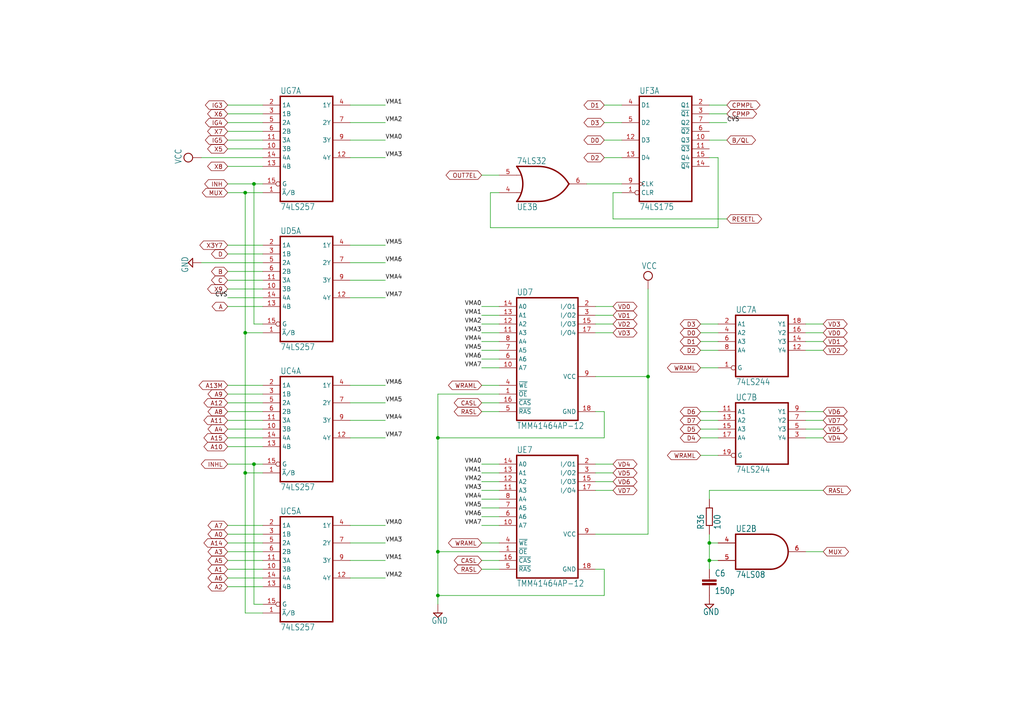
<source format=kicad_sch>
(kicad_sch (version 20230121) (generator eeschema)
  (paper "A4")
  (lib_symbols
    (symbol "HC2000:41464C"
      (property "Reference" "IC" (at -7.62 15.875 0))
      (property "Value" "41464C" (at -7.62 -22.86 0))
      (symbol "41464C_1_0"
        (polyline (pts (xy -7.62 -20.32) (xy -7.62 15.24)) (stroke (width 0.4064)))
        (polyline (pts (xy -7.62 -20.32) (xy 10.16 -20.32)) (stroke (width 0.4064)))
        (polyline (pts (xy 10.16 15.24) (xy -7.62 15.24)) (stroke (width 0.4064)))
        (polyline (pts (xy 10.16 15.24) (xy 10.16 -20.32)) (stroke (width 0.4064)))
        (pin input line (at -12.7 -12.7 0) (length 5.08) (name "~{OE}") (number "1"))
        (pin input line (at -12.7 -5.08 0) (length 5.08) (name "A7") (number "10"))
        (pin input line (at -12.7 5.08 0) (length 5.08) (name "A3") (number "11"))
        (pin input line (at -12.7 7.62 0) (length 5.08) (name "A2") (number "12"))
        (pin input line (at -12.7 10.16 0) (length 5.08) (name "A1") (number "13"))
        (pin input line (at -12.7 12.7 0) (length 5.08) (name "A0") (number "14"))
        (pin bidirectional line (at 15.24 7.62 180) (length 5.08) (name "I/O3") (number "15"))
        (pin input line (at -12.7 -15.24 0) (length 5.08) (name "~{CAS}") (number "16"))
        (pin bidirectional line (at 15.24 5.08 180) (length 5.08) (name "I/O4") (number "17"))
        (pin power_in line (at 15.24 -17.78 180) (length 5.08) (name "GND") (number "18"))
        (pin bidirectional line (at 15.24 12.7 180) (length 5.08) (name "I/O1") (number "2"))
        (pin bidirectional line (at 15.24 10.16 180) (length 5.08) (name "I/O2") (number "3"))
        (pin input line (at -12.7 -10.16 0) (length 5.08) (name "~{WE}") (number "4"))
        (pin input line (at -12.7 -17.78 0) (length 5.08) (name "~{RAS}") (number "5"))
        (pin input line (at -12.7 -2.54 0) (length 5.08) (name "A6") (number "6"))
        (pin input line (at -12.7 0 0) (length 5.08) (name "A5") (number "7"))
        (pin input line (at -12.7 2.54 0) (length 5.08) (name "A4") (number "8"))
        (pin power_in line (at 15.24 -7.62 180) (length 5.08) (name "VCC") (number "9"))
      )
    )
    (symbol "HC2000:7408N"
      (property "Reference" "IC" (at -0.635 -0.635 0))
      (symbol "7408N_1_0"
        (polyline (pts (xy -7.62 -5.08) (xy 2.54 -5.08)) (stroke (width 0.4064)))
        (polyline (pts (xy -7.62 5.08) (xy -7.62 -5.08)) (stroke (width 0.4064)))
        (polyline (pts (xy 2.54 5.08) (xy -7.62 5.08)) (stroke (width 0.4064)))
        (arc (start 2.54 -5.08) (mid 7.6199 0) (end 2.54 5.08) (stroke (width 0.4064)))
        (pin input line (at -12.7 2.54 0) (length 5.08) (name "I0") (number "1"))
        (pin input line (at -12.7 -2.54 0) (length 5.08) (name "I1") (number "2"))
        (pin output line (at 12.7 0 180) (length 5.08) (name "O") (number "3"))
      )
      (symbol "7408N_2_0"
        (polyline (pts (xy -7.62 -5.08) (xy 2.54 -5.08)) (stroke (width 0.4064)))
        (polyline (pts (xy -7.62 5.08) (xy -7.62 -5.08)) (stroke (width 0.4064)))
        (polyline (pts (xy 2.54 5.08) (xy -7.62 5.08)) (stroke (width 0.4064)))
        (arc (start 2.54 -5.08) (mid 7.6199 0) (end 2.54 5.08) (stroke (width 0.4064)))
        (pin input line (at -12.7 2.54 0) (length 5.08) (name "I0") (number "4"))
        (pin input line (at -12.7 -2.54 0) (length 5.08) (name "I1") (number "5"))
        (pin output line (at 12.7 0 180) (length 5.08) (name "O") (number "6"))
      )
      (symbol "7408N_3_0"
        (polyline (pts (xy -7.62 -5.08) (xy 2.54 -5.08)) (stroke (width 0.4064)))
        (polyline (pts (xy -7.62 5.08) (xy -7.62 -5.08)) (stroke (width 0.4064)))
        (polyline (pts (xy 2.54 5.08) (xy -7.62 5.08)) (stroke (width 0.4064)))
        (arc (start 2.54 -5.08) (mid 7.6199 0) (end 2.54 5.08) (stroke (width 0.4064)))
        (pin input line (at -12.7 -2.54 0) (length 5.08) (name "I1") (number "10"))
        (pin output line (at 12.7 0 180) (length 5.08) (name "O") (number "8"))
        (pin input line (at -12.7 2.54 0) (length 5.08) (name "I0") (number "9"))
      )
      (symbol "7408N_4_0"
        (polyline (pts (xy -7.62 -5.08) (xy 2.54 -5.08)) (stroke (width 0.4064)))
        (polyline (pts (xy -7.62 5.08) (xy -7.62 -5.08)) (stroke (width 0.4064)))
        (polyline (pts (xy 2.54 5.08) (xy -7.62 5.08)) (stroke (width 0.4064)))
        (arc (start 2.54 -5.08) (mid 7.6199 0) (end 2.54 5.08) (stroke (width 0.4064)))
        (pin output line (at 12.7 0 180) (length 5.08) (name "O") (number "11"))
        (pin input line (at -12.7 2.54 0) (length 5.08) (name "I0") (number "12"))
        (pin input line (at -12.7 -2.54 0) (length 5.08) (name "I1") (number "13"))
      )
      (symbol "7408N_5_0"
        (text "GND" (at 1.905 -7.62 900) (effects (font (size 1.27 1.0795)) (justify left bottom)))
        (text "VCC" (at 1.905 5.08 900) (effects (font (size 1.27 1.0795)) (justify left bottom)))
        (pin power_in line (at 0 10.16 270) (length 7.62) (name "VCC") (number "14"))
        (pin power_in line (at 0 -10.16 90) (length 7.62) (name "GND") (number "7"))
      )
    )
    (symbol "HC2000:74175N"
      (property "Reference" "IC" (at -0.635 -0.635 0))
      (symbol "74175N_1_0"
        (polyline (pts (xy -7.62 -15.24) (xy 7.62 -15.24)) (stroke (width 0.4064)))
        (polyline (pts (xy -7.62 15.24) (xy -7.62 -15.24)) (stroke (width 0.4064)))
        (polyline (pts (xy 7.62 -15.24) (xy 7.62 15.24)) (stroke (width 0.4064)))
        (polyline (pts (xy 7.62 15.24) (xy -7.62 15.24)) (stroke (width 0.4064)))
        (pin input inverted (at -12.7 -12.7 0) (length 5.08) (name "CLR") (number "1"))
        (pin output line (at 12.7 2.54 180) (length 5.08) (name "Q3") (number "10"))
        (pin output line (at 12.7 0 180) (length 5.08) (name "~{Q3}") (number "11"))
        (pin input line (at -12.7 2.54 0) (length 5.08) (name "D3") (number "12"))
        (pin input line (at -12.7 -2.54 0) (length 5.08) (name "D4") (number "13"))
        (pin output line (at 12.7 -5.08 180) (length 5.08) (name "~{Q4}") (number "14"))
        (pin output line (at 12.7 -2.54 180) (length 5.08) (name "Q4") (number "15"))
        (pin output line (at 12.7 12.7 180) (length 5.08) (name "Q1") (number "2"))
        (pin output line (at 12.7 10.16 180) (length 5.08) (name "~{Q1}") (number "3"))
        (pin input line (at -12.7 12.7 0) (length 5.08) (name "D1") (number "4"))
        (pin input line (at -12.7 7.62 0) (length 5.08) (name "D2") (number "5"))
        (pin output line (at 12.7 5.08 180) (length 5.08) (name "~{Q2}") (number "6"))
        (pin output line (at 12.7 7.62 180) (length 5.08) (name "Q2") (number "7"))
        (pin input clock (at -12.7 -10.16 0) (length 5.08) (name "CLK") (number "9"))
      )
      (symbol "74175N_2_0"
        (text "GND" (at 1.905 -7.62 900) (effects (font (size 1.27 1.0795)) (justify left bottom)))
        (text "VCC" (at 1.905 5.08 900) (effects (font (size 1.27 1.0795)) (justify left bottom)))
        (pin power_in line (at 0 10.16 270) (length 7.62) (name "VCC") (number "16"))
        (pin power_in line (at 0 -10.16 90) (length 7.62) (name "GND") (number "8"))
      )
    )
    (symbol "HC2000:74244N"
      (property "Reference" "IC" (at -0.635 -0.635 0))
      (symbol "74244N_1_0"
        (polyline (pts (xy -7.62 -10.16) (xy 7.62 -10.16)) (stroke (width 0.4064)))
        (polyline (pts (xy -7.62 7.62) (xy -7.62 -10.16)) (stroke (width 0.4064)))
        (polyline (pts (xy 7.62 -10.16) (xy 7.62 7.62)) (stroke (width 0.4064)))
        (polyline (pts (xy 7.62 7.62) (xy -7.62 7.62)) (stroke (width 0.4064)))
        (pin input inverted (at -12.7 -7.62 0) (length 5.08) (name "G") (number "1"))
        (pin tri_state line (at 12.7 -2.54 180) (length 5.08) (name "Y4") (number "12"))
        (pin tri_state line (at 12.7 0 180) (length 5.08) (name "Y3") (number "14"))
        (pin tri_state line (at 12.7 2.54 180) (length 5.08) (name "Y2") (number "16"))
        (pin tri_state line (at 12.7 5.08 180) (length 5.08) (name "Y1") (number "18"))
        (pin input line (at -12.7 5.08 0) (length 5.08) (name "A1") (number "2"))
        (pin input line (at -12.7 2.54 0) (length 5.08) (name "A2") (number "4"))
        (pin input line (at -12.7 0 0) (length 5.08) (name "A3") (number "6"))
        (pin input line (at -12.7 -2.54 0) (length 5.08) (name "A4") (number "8"))
      )
      (symbol "74244N_2_0"
        (polyline (pts (xy -7.62 -10.16) (xy 7.62 -10.16)) (stroke (width 0.4064)))
        (polyline (pts (xy -7.62 7.62) (xy -7.62 -10.16)) (stroke (width 0.4064)))
        (polyline (pts (xy 7.62 -10.16) (xy 7.62 7.62)) (stroke (width 0.4064)))
        (polyline (pts (xy 7.62 7.62) (xy -7.62 7.62)) (stroke (width 0.4064)))
        (pin input line (at -12.7 5.08 0) (length 5.08) (name "A1") (number "11"))
        (pin input line (at -12.7 2.54 0) (length 5.08) (name "A2") (number "13"))
        (pin input line (at -12.7 0 0) (length 5.08) (name "A3") (number "15"))
        (pin input line (at -12.7 -2.54 0) (length 5.08) (name "A4") (number "17"))
        (pin input inverted (at -12.7 -7.62 0) (length 5.08) (name "G") (number "19"))
        (pin tri_state line (at 12.7 -2.54 180) (length 5.08) (name "Y4") (number "3"))
        (pin tri_state line (at 12.7 0 180) (length 5.08) (name "Y3") (number "5"))
        (pin tri_state line (at 12.7 2.54 180) (length 5.08) (name "Y2") (number "7"))
        (pin tri_state line (at 12.7 5.08 180) (length 5.08) (name "Y1") (number "9"))
      )
      (symbol "74244N_3_0"
        (text "GND" (at 1.905 -7.62 900) (effects (font (size 1.27 1.0795)) (justify left bottom)))
        (text "VCC" (at 1.905 5.08 900) (effects (font (size 1.27 1.0795)) (justify left bottom)))
        (pin power_in line (at 0 -10.16 90) (length 7.62) (name "GND") (number "10"))
        (pin power_in line (at 0 10.16 270) (length 7.62) (name "VCC") (number "20"))
      )
    )
    (symbol "HC2000:74257N"
      (property "Reference" "IC" (at -0.635 -0.635 0))
      (symbol "74257N_1_0"
        (polyline (pts (xy -7.62 -15.24) (xy 7.62 -15.24)) (stroke (width 0.4064)))
        (polyline (pts (xy -7.62 15.24) (xy -7.62 -15.24)) (stroke (width 0.4064)))
        (polyline (pts (xy 7.62 -15.24) (xy 7.62 15.24)) (stroke (width 0.4064)))
        (polyline (pts (xy 7.62 15.24) (xy -7.62 15.24)) (stroke (width 0.4064)))
        (pin input line (at -12.7 -12.7 0) (length 5.08) (name "~{A}/B") (number "1"))
        (pin input line (at -12.7 0 0) (length 5.08) (name "3B") (number "10"))
        (pin input line (at -12.7 2.54 0) (length 5.08) (name "3A") (number "11"))
        (pin tri_state line (at 12.7 -2.54 180) (length 5.08) (name "4Y") (number "12"))
        (pin input line (at -12.7 -5.08 0) (length 5.08) (name "4B") (number "13"))
        (pin input line (at -12.7 -2.54 0) (length 5.08) (name "4A") (number "14"))
        (pin input inverted (at -12.7 -10.16 0) (length 5.08) (name "G") (number "15"))
        (pin input line (at -12.7 12.7 0) (length 5.08) (name "1A") (number "2"))
        (pin input line (at -12.7 10.16 0) (length 5.08) (name "1B") (number "3"))
        (pin tri_state line (at 12.7 12.7 180) (length 5.08) (name "1Y") (number "4"))
        (pin input line (at -12.7 7.62 0) (length 5.08) (name "2A") (number "5"))
        (pin input line (at -12.7 5.08 0) (length 5.08) (name "2B") (number "6"))
        (pin tri_state line (at 12.7 7.62 180) (length 5.08) (name "2Y") (number "7"))
        (pin tri_state line (at 12.7 2.54 180) (length 5.08) (name "3Y") (number "9"))
      )
      (symbol "74257N_2_0"
        (text "GND" (at 1.905 -7.62 900) (effects (font (size 1.27 1.0795)) (justify left bottom)))
        (text "VCC" (at 1.905 5.08 900) (effects (font (size 1.27 1.0795)) (justify left bottom)))
        (pin power_in line (at 0 10.16 270) (length 7.62) (name "VCC") (number "16"))
        (pin power_in line (at 0 -10.16 90) (length 7.62) (name "GND") (number "8"))
      )
    )
    (symbol "HC2000:7432N"
      (property "Reference" "IC" (at -0.635 -0.635 0))
      (symbol "7432N_1_0"
        (arc (start -7.62 -5.08) (mid -5.838 0) (end -7.62 5.08) (stroke (width 0.4064)))
        (arc (start -1.2446 -5.0678) (mid 3.8372 -3.689) (end 7.5439 0.0507) (stroke (width 0.4064)))
        (polyline (pts (xy -7.62 -2.54) (xy -6.35 -2.54)) (stroke (width 0.1524)))
        (polyline (pts (xy -7.62 2.54) (xy -6.35 2.54)) (stroke (width 0.1524)))
        (polyline (pts (xy -1.27 -5.08) (xy -7.62 -5.08)) (stroke (width 0.4064)))
        (polyline (pts (xy -1.27 5.08) (xy -7.62 5.08)) (stroke (width 0.4064)))
        (arc (start 7.5442 -0.0505) (mid 3.8373 3.6892) (end -1.2446 5.0678) (stroke (width 0.4064)))
        (pin input line (at -12.7 2.54 0) (length 5.08) (name "I0") (number "1"))
        (pin input line (at -12.7 -2.54 0) (length 5.08) (name "I1") (number "2"))
        (pin output line (at 12.7 0 180) (length 5.08) (name "O") (number "3"))
      )
      (symbol "7432N_2_0"
        (arc (start -7.62 -5.08) (mid -5.838 0) (end -7.62 5.08) (stroke (width 0.4064)))
        (arc (start -1.2446 -5.0678) (mid 3.8372 -3.689) (end 7.5439 0.0507) (stroke (width 0.4064)))
        (polyline (pts (xy -7.62 -2.54) (xy -6.35 -2.54)) (stroke (width 0.1524)))
        (polyline (pts (xy -7.62 2.54) (xy -6.35 2.54)) (stroke (width 0.1524)))
        (polyline (pts (xy -1.27 -5.08) (xy -7.62 -5.08)) (stroke (width 0.4064)))
        (polyline (pts (xy -1.27 5.08) (xy -7.62 5.08)) (stroke (width 0.4064)))
        (arc (start 7.5442 -0.0505) (mid 3.8373 3.6892) (end -1.2446 5.0678) (stroke (width 0.4064)))
        (pin input line (at -12.7 2.54 0) (length 5.08) (name "I0") (number "4"))
        (pin input line (at -12.7 -2.54 0) (length 5.08) (name "I1") (number "5"))
        (pin output line (at 12.7 0 180) (length 5.08) (name "O") (number "6"))
      )
      (symbol "7432N_3_0"
        (arc (start -7.62 -5.08) (mid -5.838 0) (end -7.62 5.08) (stroke (width 0.4064)))
        (arc (start -1.2446 -5.0678) (mid 3.8372 -3.689) (end 7.5439 0.0507) (stroke (width 0.4064)))
        (polyline (pts (xy -7.62 -2.54) (xy -6.35 -2.54)) (stroke (width 0.1524)))
        (polyline (pts (xy -7.62 2.54) (xy -6.35 2.54)) (stroke (width 0.1524)))
        (polyline (pts (xy -1.27 -5.08) (xy -7.62 -5.08)) (stroke (width 0.4064)))
        (polyline (pts (xy -1.27 5.08) (xy -7.62 5.08)) (stroke (width 0.4064)))
        (arc (start 7.5442 -0.0505) (mid 3.8373 3.6892) (end -1.2446 5.0678) (stroke (width 0.4064)))
        (pin input line (at -12.7 -2.54 0) (length 5.08) (name "I1") (number "10"))
        (pin output line (at 12.7 0 180) (length 5.08) (name "O") (number "8"))
        (pin input line (at -12.7 2.54 0) (length 5.08) (name "I0") (number "9"))
      )
      (symbol "7432N_4_0"
        (arc (start -7.62 -5.08) (mid -5.838 0) (end -7.62 5.08) (stroke (width 0.4064)))
        (arc (start -1.2446 -5.0678) (mid 3.8372 -3.689) (end 7.5439 0.0507) (stroke (width 0.4064)))
        (polyline (pts (xy -7.62 -2.54) (xy -6.35 -2.54)) (stroke (width 0.1524)))
        (polyline (pts (xy -7.62 2.54) (xy -6.35 2.54)) (stroke (width 0.1524)))
        (polyline (pts (xy -1.27 -5.08) (xy -7.62 -5.08)) (stroke (width 0.4064)))
        (polyline (pts (xy -1.27 5.08) (xy -7.62 5.08)) (stroke (width 0.4064)))
        (arc (start 7.5442 -0.0505) (mid 3.8373 3.6892) (end -1.2446 5.0678) (stroke (width 0.4064)))
        (pin output line (at 12.7 0 180) (length 5.08) (name "O") (number "11"))
        (pin input line (at -12.7 2.54 0) (length 5.08) (name "I0") (number "12"))
        (pin input line (at -12.7 -2.54 0) (length 5.08) (name "I1") (number "13"))
      )
      (symbol "7432N_5_0"
        (text "GND" (at 1.905 -7.62 900) (effects (font (size 1.27 1.0795)) (justify left bottom)))
        (text "VCC" (at 1.905 5.08 900) (effects (font (size 1.27 1.0795)) (justify left bottom)))
        (pin power_in line (at 0 10.16 270) (length 7.62) (name "VCC") (number "14"))
        (pin power_in line (at 0 -10.16 90) (length 7.62) (name "GND") (number "7"))
      )
    )
    (symbol "HC2000:C-EU025-025X050"
      (property "Reference" "C" (at 1.524 0.381 0))
      (property "Value" "C-EU025-025X050" (at 1.524 -4.699 0))
      (symbol "C-EU025-025X050_1_0"
        (rectangle (start -2.032 -2.032) (end 2.032 -1.524) (fill (type outline)))
        (rectangle (start -2.032 -1.016) (end 2.032 -0.508) (fill (type outline)))
        (polyline (pts (xy 0 -2.54) (xy 0 -2.032)) (stroke (width 0.1524)))
        (polyline (pts (xy 0 0) (xy 0 -0.508)) (stroke (width 0.1524)))
        (pin passive line (at 0 2.54 270) (length 2.54) (name "1") (number "1"))
        (pin passive line (at 0 -5.08 90) (length 2.54) (name "2") (number "2"))
      )
    )
    (symbol "HC2000:GND" (power)
      (property "Value" "GND" (at -1.905 -3.175 0))
      (symbol "GND_1_0"
        (polyline (pts (xy -1.27 0) (xy 1.27 0)) (stroke (width 0.254)))
        (polyline (pts (xy 0 -1.27) (xy -1.27 0)) (stroke (width 0.254)))
        (polyline (pts (xy 1.27 0) (xy 0 -1.27)) (stroke (width 0.254)))
        (pin power_in line (at 0 2.54 270) (length 2.54) (name "GND") (number "1"))
      )
    )
    (symbol "HC2000:R-EU_0204{slash}7"
      (property "Reference" "R" (at -3.81 1.4986 0))
      (property "Value" "R-EU_0204{slash}7" (at -3.81 -3.302 0))
      (symbol "R-EU_0204{slash}7_1_0"
        (polyline (pts (xy -2.54 -0.889) (xy -2.54 0.889)) (stroke (width 0.254)))
        (polyline (pts (xy -2.54 -0.889) (xy 2.54 -0.889)) (stroke (width 0.254)))
        (polyline (pts (xy 2.54 -0.889) (xy 2.54 0.889)) (stroke (width 0.254)))
        (polyline (pts (xy 2.54 0.889) (xy -2.54 0.889)) (stroke (width 0.254)))
        (pin passive line (at -5.08 0 0) (length 2.54) (name "1") (number "1"))
        (pin passive line (at 5.08 0 180) (length 2.54) (name "2") (number "2"))
      )
    )
    (symbol "HC2000:VCC" (power)
      (property "Value" "VCC" (at -1.905 3.175 0))
      (symbol "VCC_1_0"
        (circle (center 0 1.27) (radius 1.27) (stroke (width 0.254)))
        (pin power_in line (at 0 -2.54 90) (length 2.54) (name "VCC") (number "1"))
      )
    )
  )
  (junction (at 73.66 134.62))
  (junction (at 205.74 162.56))
  (junction (at 127 127))
  (junction (at 71.12 137.16))
  (junction (at 187.96 109.22))
  (junction (at 127 172.72))
  (junction (at 127 160.02))
  (junction (at 205.74 157.48))
  (junction (at 73.66 53.34))
  (junction (at 71.12 96.52))
  (junction (at 71.12 55.88))
  (wire (pts (xy 66.04 38.1) (xy 76.2 38.1)))
  (wire (pts (xy 66.04 53.34) (xy 73.66 53.34)))
  (wire (pts (xy 111.76 30.48) (xy 101.6 30.48)))
  (wire (pts (xy 203.2 106.68) (xy 208.28 106.68)))
  (wire (pts (xy 139.7 96.52) (xy 144.78 96.52)))
  (wire (pts (xy 238.76 99.06) (xy 233.68 99.06)))
  (wire (pts (xy 66.04 167.64) (xy 76.2 167.64)))
  (wire (pts (xy 177.8 63.5) (xy 210.82 63.5)))
  (wire (pts (xy 139.7 111.76) (xy 144.78 111.76)))
  (wire (pts (xy 66.04 114.3) (xy 76.2 114.3)))
  (wire (pts (xy 177.8 88.9) (xy 172.72 88.9)))
  (wire (pts (xy 172.72 109.22) (xy 187.96 109.22)))
  (wire (pts (xy 111.76 81.28) (xy 101.6 81.28)))
  (wire (pts (xy 111.76 127) (xy 101.6 127)))
  (wire (pts (xy 238.76 119.38) (xy 233.68 119.38)))
  (wire (pts (xy 71.12 55.88) (xy 71.12 96.52)))
  (wire (pts (xy 177.8 134.62) (xy 172.72 134.62)))
  (wire (pts (xy 177.8 55.88) (xy 177.8 63.5)))
  (wire (pts (xy 66.04 162.56) (xy 76.2 162.56)))
  (wire (pts (xy 139.7 142.24) (xy 144.78 142.24)))
  (wire (pts (xy 66.04 43.18) (xy 76.2 43.18)))
  (wire (pts (xy 73.66 134.62) (xy 76.2 134.62)))
  (wire (pts (xy 139.7 88.9) (xy 144.78 88.9)))
  (wire (pts (xy 175.26 30.48) (xy 180.34 30.48)))
  (wire (pts (xy 139.7 144.78) (xy 144.78 144.78)))
  (wire (pts (xy 66.04 124.46) (xy 76.2 124.46)))
  (wire (pts (xy 66.04 165.1) (xy 76.2 165.1)))
  (wire (pts (xy 111.76 121.92) (xy 101.6 121.92)))
  (wire (pts (xy 205.74 142.24) (xy 205.74 144.78)))
  (wire (pts (xy 66.04 71.12) (xy 76.2 71.12)))
  (wire (pts (xy 76.2 137.16) (xy 71.12 137.16)))
  (wire (pts (xy 205.74 162.56) (xy 208.28 162.56)))
  (wire (pts (xy 66.04 111.76) (xy 76.2 111.76)))
  (wire (pts (xy 203.2 96.52) (xy 208.28 96.52)))
  (wire (pts (xy 111.76 76.2) (xy 101.6 76.2)))
  (wire (pts (xy 177.8 93.98) (xy 172.72 93.98)))
  (wire (pts (xy 66.04 55.88) (xy 71.12 55.88)))
  (wire (pts (xy 139.7 93.98) (xy 144.78 93.98)))
  (wire (pts (xy 139.7 162.56) (xy 144.78 162.56)))
  (wire (pts (xy 238.76 93.98) (xy 233.68 93.98)))
  (wire (pts (xy 238.76 124.46) (xy 233.68 124.46)))
  (wire (pts (xy 66.04 86.36) (xy 76.2 86.36)))
  (wire (pts (xy 71.12 96.52) (xy 76.2 96.52)))
  (wire (pts (xy 180.34 55.88) (xy 177.8 55.88)))
  (wire (pts (xy 66.04 160.02) (xy 76.2 160.02)))
  (wire (pts (xy 73.66 93.98) (xy 76.2 93.98)))
  (wire (pts (xy 71.12 137.16) (xy 71.12 96.52)))
  (wire (pts (xy 58.42 76.2) (xy 76.2 76.2)))
  (wire (pts (xy 127 175.26) (xy 127 172.72)))
  (wire (pts (xy 139.7 50.8) (xy 144.78 50.8)))
  (wire (pts (xy 139.7 119.38) (xy 144.78 119.38)))
  (wire (pts (xy 111.76 157.48) (xy 101.6 157.48)))
  (wire (pts (xy 139.7 134.62) (xy 144.78 134.62)))
  (wire (pts (xy 187.96 109.22) (xy 187.96 154.94)))
  (wire (pts (xy 210.82 30.48) (xy 205.74 30.48)))
  (wire (pts (xy 66.04 157.48) (xy 76.2 157.48)))
  (wire (pts (xy 111.76 71.12) (xy 101.6 71.12)))
  (wire (pts (xy 142.24 55.88) (xy 144.78 55.88)))
  (wire (pts (xy 238.76 160.02) (xy 233.68 160.02)))
  (wire (pts (xy 66.04 83.82) (xy 76.2 83.82)))
  (wire (pts (xy 127 127) (xy 127 114.3)))
  (wire (pts (xy 203.2 93.98) (xy 208.28 93.98)))
  (wire (pts (xy 71.12 55.88) (xy 76.2 55.88)))
  (wire (pts (xy 170.18 53.34) (xy 180.34 53.34)))
  (wire (pts (xy 111.76 86.36) (xy 101.6 86.36)))
  (wire (pts (xy 238.76 101.6) (xy 233.68 101.6)))
  (wire (pts (xy 205.74 165.1) (xy 205.74 162.56)))
  (wire (pts (xy 175.26 45.72) (xy 180.34 45.72)))
  (wire (pts (xy 66.04 35.56) (xy 76.2 35.56)))
  (wire (pts (xy 142.24 66.04) (xy 142.24 55.88)))
  (wire (pts (xy 203.2 132.08) (xy 208.28 132.08)))
  (wire (pts (xy 139.7 99.06) (xy 144.78 99.06)))
  (wire (pts (xy 205.74 45.72) (xy 208.28 45.72)))
  (wire (pts (xy 187.96 154.94) (xy 172.72 154.94)))
  (wire (pts (xy 127 172.72) (xy 127 160.02)))
  (wire (pts (xy 76.2 175.26) (xy 73.66 175.26)))
  (wire (pts (xy 111.76 162.56) (xy 101.6 162.56)))
  (wire (pts (xy 66.04 152.4) (xy 76.2 152.4)))
  (wire (pts (xy 73.66 53.34) (xy 76.2 53.34)))
  (wire (pts (xy 208.28 157.48) (xy 205.74 157.48)))
  (wire (pts (xy 66.04 40.64) (xy 76.2 40.64)))
  (wire (pts (xy 139.7 101.6) (xy 144.78 101.6)))
  (wire (pts (xy 175.26 165.1) (xy 175.26 172.72)))
  (wire (pts (xy 175.26 119.38) (xy 175.26 127)))
  (wire (pts (xy 238.76 127) (xy 233.68 127)))
  (wire (pts (xy 111.76 116.84) (xy 101.6 116.84)))
  (wire (pts (xy 66.04 170.18) (xy 76.2 170.18)))
  (wire (pts (xy 210.82 33.02) (xy 205.74 33.02)))
  (wire (pts (xy 66.04 78.74) (xy 76.2 78.74)))
  (wire (pts (xy 139.7 104.14) (xy 144.78 104.14)))
  (wire (pts (xy 127 114.3) (xy 144.78 114.3)))
  (wire (pts (xy 139.7 152.4) (xy 144.78 152.4)))
  (wire (pts (xy 177.8 91.44) (xy 172.72 91.44)))
  (wire (pts (xy 175.26 127) (xy 127 127)))
  (wire (pts (xy 71.12 177.8) (xy 71.12 137.16)))
  (wire (pts (xy 144.78 160.02) (xy 127 160.02)))
  (wire (pts (xy 111.76 167.64) (xy 101.6 167.64)))
  (wire (pts (xy 177.8 96.52) (xy 172.72 96.52)))
  (wire (pts (xy 111.76 111.76) (xy 101.6 111.76)))
  (wire (pts (xy 66.04 129.54) (xy 76.2 129.54)))
  (wire (pts (xy 187.96 83.82) (xy 187.96 109.22)))
  (wire (pts (xy 66.04 119.38) (xy 76.2 119.38)))
  (wire (pts (xy 203.2 127) (xy 208.28 127)))
  (wire (pts (xy 203.2 119.38) (xy 208.28 119.38)))
  (wire (pts (xy 73.66 175.26) (xy 73.66 134.62)))
  (wire (pts (xy 210.82 35.56) (xy 205.74 35.56)))
  (wire (pts (xy 177.8 139.7) (xy 172.72 139.7)))
  (wire (pts (xy 205.74 157.48) (xy 205.74 162.56)))
  (wire (pts (xy 203.2 101.6) (xy 208.28 101.6)))
  (wire (pts (xy 66.04 121.92) (xy 76.2 121.92)))
  (wire (pts (xy 139.7 91.44) (xy 144.78 91.44)))
  (wire (pts (xy 210.82 40.64) (xy 205.74 40.64)))
  (wire (pts (xy 139.7 106.68) (xy 144.78 106.68)))
  (wire (pts (xy 127 160.02) (xy 127 127)))
  (wire (pts (xy 139.7 149.86) (xy 144.78 149.86)))
  (wire (pts (xy 111.76 45.72) (xy 101.6 45.72)))
  (wire (pts (xy 238.76 142.24) (xy 205.74 142.24)))
  (wire (pts (xy 139.7 137.16) (xy 144.78 137.16)))
  (wire (pts (xy 73.66 93.98) (xy 73.66 53.34)))
  (wire (pts (xy 58.42 45.72) (xy 76.2 45.72)))
  (wire (pts (xy 208.28 45.72) (xy 208.28 66.04)))
  (wire (pts (xy 66.04 88.9) (xy 76.2 88.9)))
  (wire (pts (xy 66.04 134.62) (xy 73.66 134.62)))
  (wire (pts (xy 175.26 35.56) (xy 180.34 35.56)))
  (wire (pts (xy 66.04 33.02) (xy 76.2 33.02)))
  (wire (pts (xy 203.2 124.46) (xy 208.28 124.46)))
  (wire (pts (xy 139.7 165.1) (xy 144.78 165.1)))
  (wire (pts (xy 66.04 73.66) (xy 76.2 73.66)))
  (wire (pts (xy 139.7 147.32) (xy 144.78 147.32)))
  (wire (pts (xy 172.72 119.38) (xy 175.26 119.38)))
  (wire (pts (xy 208.28 66.04) (xy 142.24 66.04)))
  (wire (pts (xy 177.8 142.24) (xy 172.72 142.24)))
  (wire (pts (xy 205.74 154.94) (xy 205.74 157.48)))
  (wire (pts (xy 139.7 157.48) (xy 144.78 157.48)))
  (wire (pts (xy 139.7 139.7) (xy 144.78 139.7)))
  (wire (pts (xy 66.04 127) (xy 76.2 127)))
  (wire (pts (xy 203.2 121.92) (xy 208.28 121.92)))
  (wire (pts (xy 76.2 177.8) (xy 71.12 177.8)))
  (wire (pts (xy 111.76 152.4) (xy 101.6 152.4)))
  (wire (pts (xy 238.76 121.92) (xy 233.68 121.92)))
  (wire (pts (xy 66.04 30.48) (xy 76.2 30.48)))
  (wire (pts (xy 66.04 48.26) (xy 76.2 48.26)))
  (wire (pts (xy 66.04 154.94) (xy 76.2 154.94)))
  (wire (pts (xy 66.04 81.28) (xy 76.2 81.28)))
  (wire (pts (xy 139.7 116.84) (xy 144.78 116.84)))
  (wire (pts (xy 177.8 137.16) (xy 172.72 137.16)))
  (wire (pts (xy 175.26 40.64) (xy 180.34 40.64)))
  (wire (pts (xy 111.76 35.56) (xy 101.6 35.56)))
  (wire (pts (xy 172.72 165.1) (xy 175.26 165.1)))
  (wire (pts (xy 111.76 40.64) (xy 101.6 40.64)))
  (wire (pts (xy 66.04 116.84) (xy 76.2 116.84)))
  (wire (pts (xy 175.26 172.72) (xy 127 172.72)))
  (wire (pts (xy 238.76 96.52) (xy 233.68 96.52)))
  (wire (pts (xy 203.2 99.06) (xy 208.28 99.06)))
  (label "VMA5" (at 139.7 101.6 180) (effects (font (size 1.2446 1.2446))))
  (label "VMA2" (at 111.76 35.56 0) (effects (font (size 1.2446 1.2446))))
  (label "VMA0" (at 111.76 152.4 0) (effects (font (size 1.2446 1.2446))))
  (label "VMA1" (at 111.76 30.48 0) (effects (font (size 1.2446 1.2446))))
  (label "VMA4" (at 111.76 81.28 0) (effects (font (size 1.2446 1.2446))))
  (label "VMA0" (at 139.7 88.9 180) (effects (font (size 1.2446 1.2446))))
  (label "VMA6" (at 111.76 76.2 0) (effects (font (size 1.2446 1.2446))))
  (label "VMA4" (at 139.7 144.78 180) (effects (font (size 1.2446 1.2446))))
  (label "VMA1" (at 139.7 91.44 180) (effects (font (size 1.2446 1.2446))))
  (label "VMA0" (at 139.7 134.62 180) (effects (font (size 1.2446 1.2446))))
  (label "VMA5" (at 139.7 147.32 180) (effects (font (size 1.2446 1.2446))))
  (label "VMA4" (at 139.7 99.06 180) (effects (font (size 1.2446 1.2446))))
  (label "VMA3" (at 111.76 157.48 0) (effects (font (size 1.2446 1.2446))))
  (label "VMA1" (at 139.7 137.16 180) (effects (font (size 1.2446 1.2446))))
  (label "VMA5" (at 111.76 116.84 0) (effects (font (size 1.2446 1.2446))))
  (label "VMA2" (at 111.76 167.64 0) (effects (font (size 1.2446 1.2446))))
  (label "VMA7" (at 139.7 152.4 180) (effects (font (size 1.2446 1.2446))))
  (label "CVS" (at 66.04 86.36 180) (effects (font (size 1.2446 1.2446))))
  (label "VMA4" (at 111.76 121.92 0) (effects (font (size 1.2446 1.2446))))
  (label "VMA6" (at 139.7 149.86 180) (effects (font (size 1.2446 1.2446))))
  (label "VMA2" (at 139.7 93.98 180) (effects (font (size 1.2446 1.2446))))
  (label "VMA5" (at 111.76 71.12 0) (effects (font (size 1.2446 1.2446))))
  (label "VMA0" (at 111.76 40.64 0) (effects (font (size 1.2446 1.2446))))
  (label "VMA6" (at 111.76 111.76 0) (effects (font (size 1.2446 1.2446))))
  (label "VMA3" (at 139.7 96.52 180) (effects (font (size 1.2446 1.2446))))
  (label "VMA7" (at 111.76 127 0) (effects (font (size 1.2446 1.2446))))
  (label "VMA3" (at 111.76 45.72 0) (effects (font (size 1.2446 1.2446))))
  (label "VMA3" (at 139.7 142.24 180) (effects (font (size 1.2446 1.2446))))
  (label "VMA2" (at 139.7 139.7 180) (effects (font (size 1.2446 1.2446))))
  (label "CVS" (at 210.82 35.56 0) (effects (font (size 1.2446 1.2446))))
  (label "VMA1" (at 111.76 162.56 0) (effects (font (size 1.2446 1.2446))))
  (label "VMA7" (at 139.7 106.68 180) (effects (font (size 1.2446 1.2446))))
  (label "VMA6" (at 139.7 104.14 180) (effects (font (size 1.2446 1.2446))))
  (label "VMA7" (at 111.76 86.36 0) (effects (font (size 1.2446 1.2446))))
  (global_label "A0" (shape bidirectional) (at 66.04 154.94 180) (effects (font (size 1.2446 1.2446))) (property "Intersheetrefs" "${INTERSHEET_REFS}" (effects hide)))
  (global_label "RASL" (shape bidirectional) (at 139.7 119.38 180) (effects (font (size 1.2446 1.2446))) (property "Intersheetrefs" "${INTERSHEET_REFS}" (effects hide)))
  (global_label "A4" (shape bidirectional) (at 66.04 124.46 180) (effects (font (size 1.2446 1.2446))) (property "Intersheetrefs" "${INTERSHEET_REFS}" (effects hide)))
  (global_label "D6" (shape bidirectional) (at 203.2 119.38 180) (effects (font (size 1.2446 1.2446))) (property "Intersheetrefs" "${INTERSHEET_REFS}" (effects hide)))
  (global_label "D" (shape bidirectional) (at 66.04 73.66 180) (effects (font (size 1.2446 1.2446))) (property "Intersheetrefs" "${INTERSHEET_REFS}" (effects hide)))
  (global_label "X8" (shape bidirectional) (at 66.04 48.26 180) (effects (font (size 1.2446 1.2446))) (property "Intersheetrefs" "${INTERSHEET_REFS}" (effects hide)))
  (global_label "A5" (shape bidirectional) (at 66.04 162.56 180) (effects (font (size 1.2446 1.2446))) (property "Intersheetrefs" "${INTERSHEET_REFS}" (effects hide)))
  (global_label "B/QL" (shape bidirectional) (at 210.82 40.64 0) (effects (font (size 1.2446 1.2446))) (property "Intersheetrefs" "${INTERSHEET_REFS}" (effects hide)))
  (global_label "VD5" (shape bidirectional) (at 238.76 124.46 0) (effects (font (size 1.2446 1.2446))) (property "Intersheetrefs" "${INTERSHEET_REFS}" (effects hide)))
  (global_label "CASL" (shape bidirectional) (at 139.7 116.84 180) (effects (font (size 1.2446 1.2446))) (property "Intersheetrefs" "${INTERSHEET_REFS}" (effects hide)))
  (global_label "RASL" (shape bidirectional) (at 139.7 165.1 180) (effects (font (size 1.2446 1.2446))) (property "Intersheetrefs" "${INTERSHEET_REFS}" (effects hide)))
  (global_label "A7" (shape bidirectional) (at 66.04 152.4 180) (effects (font (size 1.2446 1.2446))) (property "Intersheetrefs" "${INTERSHEET_REFS}" (effects hide)))
  (global_label "X3Y7" (shape bidirectional) (at 66.04 71.12 180) (effects (font (size 1.2446 1.2446))) (property "Intersheetrefs" "${INTERSHEET_REFS}" (effects hide)))
  (global_label "IG5" (shape bidirectional) (at 66.04 40.64 180) (effects (font (size 1.2446 1.2446))) (property "Intersheetrefs" "${INTERSHEET_REFS}" (effects hide)))
  (global_label "A1" (shape bidirectional) (at 66.04 165.1 180) (effects (font (size 1.2446 1.2446))) (property "Intersheetrefs" "${INTERSHEET_REFS}" (effects hide)))
  (global_label "VD7" (shape bidirectional) (at 177.8 142.24 0) (effects (font (size 1.2446 1.2446))) (property "Intersheetrefs" "${INTERSHEET_REFS}" (effects hide)))
  (global_label "D2" (shape bidirectional) (at 203.2 101.6 180) (effects (font (size 1.2446 1.2446))) (property "Intersheetrefs" "${INTERSHEET_REFS}" (effects hide)))
  (global_label "OUT7EL" (shape bidirectional) (at 139.7 50.8 180) (effects (font (size 1.2446 1.2446))) (property "Intersheetrefs" "${INTERSHEET_REFS}" (effects hide)))
  (global_label "A" (shape bidirectional) (at 66.04 88.9 180) (effects (font (size 1.2446 1.2446))) (property "Intersheetrefs" "${INTERSHEET_REFS}" (effects hide)))
  (global_label "MUX" (shape bidirectional) (at 66.04 55.88 180) (effects (font (size 1.2446 1.2446))) (property "Intersheetrefs" "${INTERSHEET_REFS}" (effects hide)))
  (global_label "D0" (shape bidirectional) (at 203.2 96.52 180) (effects (font (size 1.2446 1.2446))) (property "Intersheetrefs" "${INTERSHEET_REFS}" (effects hide)))
  (global_label "A8" (shape bidirectional) (at 66.04 119.38 180) (effects (font (size 1.2446 1.2446))) (property "Intersheetrefs" "${INTERSHEET_REFS}" (effects hide)))
  (global_label "INHL" (shape bidirectional) (at 66.04 134.62 180) (effects (font (size 1.2446 1.2446))) (property "Intersheetrefs" "${INTERSHEET_REFS}" (effects hide)))
  (global_label "VD2" (shape bidirectional) (at 238.76 101.6 0) (effects (font (size 1.2446 1.2446))) (property "Intersheetrefs" "${INTERSHEET_REFS}" (effects hide)))
  (global_label "D2" (shape bidirectional) (at 175.26 45.72 180) (effects (font (size 1.2446 1.2446))) (property "Intersheetrefs" "${INTERSHEET_REFS}" (effects hide)))
  (global_label "WRAML" (shape bidirectional) (at 203.2 132.08 180) (effects (font (size 1.2446 1.2446))) (property "Intersheetrefs" "${INTERSHEET_REFS}" (effects hide)))
  (global_label "D5" (shape bidirectional) (at 203.2 124.46 180) (effects (font (size 1.2446 1.2446))) (property "Intersheetrefs" "${INTERSHEET_REFS}" (effects hide)))
  (global_label "INH" (shape bidirectional) (at 66.04 53.34 180) (effects (font (size 1.2446 1.2446))) (property "Intersheetrefs" "${INTERSHEET_REFS}" (effects hide)))
  (global_label "D4" (shape bidirectional) (at 203.2 127 180) (effects (font (size 1.2446 1.2446))) (property "Intersheetrefs" "${INTERSHEET_REFS}" (effects hide)))
  (global_label "X6" (shape bidirectional) (at 66.04 33.02 180) (effects (font (size 1.2446 1.2446))) (property "Intersheetrefs" "${INTERSHEET_REFS}" (effects hide)))
  (global_label "D7" (shape bidirectional) (at 203.2 121.92 180) (effects (font (size 1.2446 1.2446))) (property "Intersheetrefs" "${INTERSHEET_REFS}" (effects hide)))
  (global_label "WRAML" (shape bidirectional) (at 139.7 157.48 180) (effects (font (size 1.2446 1.2446))) (property "Intersheetrefs" "${INTERSHEET_REFS}" (effects hide)))
  (global_label "VD6" (shape bidirectional) (at 177.8 139.7 0) (effects (font (size 1.2446 1.2446))) (property "Intersheetrefs" "${INTERSHEET_REFS}" (effects hide)))
  (global_label "VD4" (shape bidirectional) (at 177.8 134.62 0) (effects (font (size 1.2446 1.2446))) (property "Intersheetrefs" "${INTERSHEET_REFS}" (effects hide)))
  (global_label "WRAML" (shape bidirectional) (at 203.2 106.68 180) (effects (font (size 1.2446 1.2446))) (property "Intersheetrefs" "${INTERSHEET_REFS}" (effects hide)))
  (global_label "VD4" (shape bidirectional) (at 238.76 127 0) (effects (font (size 1.2446 1.2446))) (property "Intersheetrefs" "${INTERSHEET_REFS}" (effects hide)))
  (global_label "C" (shape bidirectional) (at 66.04 81.28 180) (effects (font (size 1.2446 1.2446))) (property "Intersheetrefs" "${INTERSHEET_REFS}" (effects hide)))
  (global_label "VD2" (shape bidirectional) (at 177.8 93.98 0) (effects (font (size 1.2446 1.2446))) (property "Intersheetrefs" "${INTERSHEET_REFS}" (effects hide)))
  (global_label "A12" (shape bidirectional) (at 66.04 116.84 180) (effects (font (size 1.2446 1.2446))) (property "Intersheetrefs" "${INTERSHEET_REFS}" (effects hide)))
  (global_label "D3" (shape bidirectional) (at 175.26 35.56 180) (effects (font (size 1.2446 1.2446))) (property "Intersheetrefs" "${INTERSHEET_REFS}" (effects hide)))
  (global_label "A9" (shape bidirectional) (at 66.04 114.3 180) (effects (font (size 1.2446 1.2446))) (property "Intersheetrefs" "${INTERSHEET_REFS}" (effects hide)))
  (global_label "X9" (shape bidirectional) (at 66.04 83.82 180) (effects (font (size 1.2446 1.2446))) (property "Intersheetrefs" "${INTERSHEET_REFS}" (effects hide)))
  (global_label "A15" (shape bidirectional) (at 66.04 127 180) (effects (font (size 1.2446 1.2446))) (property "Intersheetrefs" "${INTERSHEET_REFS}" (effects hide)))
  (global_label "VD6" (shape bidirectional) (at 238.76 119.38 0) (effects (font (size 1.2446 1.2446))) (property "Intersheetrefs" "${INTERSHEET_REFS}" (effects hide)))
  (global_label "VD3" (shape bidirectional) (at 238.76 93.98 0) (effects (font (size 1.2446 1.2446))) (property "Intersheetrefs" "${INTERSHEET_REFS}" (effects hide)))
  (global_label "A2" (shape bidirectional) (at 66.04 170.18 180) (effects (font (size 1.2446 1.2446))) (property "Intersheetrefs" "${INTERSHEET_REFS}" (effects hide)))
  (global_label "CPMP" (shape bidirectional) (at 210.82 33.02 0) (effects (font (size 1.2446 1.2446))) (property "Intersheetrefs" "${INTERSHEET_REFS}" (effects hide)))
  (global_label "A13M" (shape bidirectional) (at 66.04 111.76 180) (effects (font (size 1.2446 1.2446))) (property "Intersheetrefs" "${INTERSHEET_REFS}" (effects hide)))
  (global_label "RASL" (shape bidirectional) (at 238.76 142.24 0) (effects (font (size 1.2446 1.2446))) (property "Intersheetrefs" "${INTERSHEET_REFS}" (effects hide)))
  (global_label "A6" (shape bidirectional) (at 66.04 167.64 180) (effects (font (size 1.2446 1.2446))) (property "Intersheetrefs" "${INTERSHEET_REFS}" (effects hide)))
  (global_label "VD5" (shape bidirectional) (at 177.8 137.16 0) (effects (font (size 1.2446 1.2446))) (property "Intersheetrefs" "${INTERSHEET_REFS}" (effects hide)))
  (global_label "B" (shape bidirectional) (at 66.04 78.74 180) (effects (font (size 1.2446 1.2446))) (property "Intersheetrefs" "${INTERSHEET_REFS}" (effects hide)))
  (global_label "A14" (shape bidirectional) (at 66.04 157.48 180) (effects (font (size 1.2446 1.2446))) (property "Intersheetrefs" "${INTERSHEET_REFS}" (effects hide)))
  (global_label "A11" (shape bidirectional) (at 66.04 121.92 180) (effects (font (size 1.2446 1.2446))) (property "Intersheetrefs" "${INTERSHEET_REFS}" (effects hide)))
  (global_label "D0" (shape bidirectional) (at 175.26 40.64 180) (effects (font (size 1.2446 1.2446))) (property "Intersheetrefs" "${INTERSHEET_REFS}" (effects hide)))
  (global_label "RESETL" (shape bidirectional) (at 210.82 63.5 0) (effects (font (size 1.2446 1.2446))) (property "Intersheetrefs" "${INTERSHEET_REFS}" (effects hide)))
  (global_label "VD7" (shape bidirectional) (at 238.76 121.92 0) (effects (font (size 1.2446 1.2446))) (property "Intersheetrefs" "${INTERSHEET_REFS}" (effects hide)))
  (global_label "X5" (shape bidirectional) (at 66.04 43.18 180) (effects (font (size 1.2446 1.2446))) (property "Intersheetrefs" "${INTERSHEET_REFS}" (effects hide)))
  (global_label "WRAML" (shape bidirectional) (at 139.7 111.76 180) (effects (font (size 1.2446 1.2446))) (property "Intersheetrefs" "${INTERSHEET_REFS}" (effects hide)))
  (global_label "CASL" (shape bidirectional) (at 139.7 162.56 180) (effects (font (size 1.2446 1.2446))) (property "Intersheetrefs" "${INTERSHEET_REFS}" (effects hide)))
  (global_label "VD0" (shape bidirectional) (at 238.76 96.52 0) (effects (font (size 1.2446 1.2446))) (property "Intersheetrefs" "${INTERSHEET_REFS}" (effects hide)))
  (global_label "VD1" (shape bidirectional) (at 177.8 91.44 0) (effects (font (size 1.2446 1.2446))) (property "Intersheetrefs" "${INTERSHEET_REFS}" (effects hide)))
  (global_label "A3" (shape bidirectional) (at 66.04 160.02 180) (effects (font (size 1.2446 1.2446))) (property "Intersheetrefs" "${INTERSHEET_REFS}" (effects hide)))
  (global_label "VD0" (shape bidirectional) (at 177.8 88.9 0) (effects (font (size 1.2446 1.2446))) (property "Intersheetrefs" "${INTERSHEET_REFS}" (effects hide)))
  (global_label "D1" (shape bidirectional) (at 175.26 30.48 180) (effects (font (size 1.2446 1.2446))) (property "Intersheetrefs" "${INTERSHEET_REFS}" (effects hide)))
  (global_label "IG3" (shape bidirectional) (at 66.04 30.48 180) (effects (font (size 1.2446 1.2446))) (property "Intersheetrefs" "${INTERSHEET_REFS}" (effects hide)))
  (global_label "A10" (shape bidirectional) (at 66.04 129.54 180) (effects (font (size 1.2446 1.2446))) (property "Intersheetrefs" "${INTERSHEET_REFS}" (effects hide)))
  (global_label "VD1" (shape bidirectional) (at 238.76 99.06 0) (effects (font (size 1.2446 1.2446))) (property "Intersheetrefs" "${INTERSHEET_REFS}" (effects hide)))
  (global_label "IG4" (shape bidirectional) (at 66.04 35.56 180) (effects (font (size 1.2446 1.2446))) (property "Intersheetrefs" "${INTERSHEET_REFS}" (effects hide)))
  (global_label "X7" (shape bidirectional) (at 66.04 38.1 180) (effects (font (size 1.2446 1.2446))) (property "Intersheetrefs" "${INTERSHEET_REFS}" (effects hide)))
  (global_label "D1" (shape bidirectional) (at 203.2 99.06 180) (effects (font (size 1.2446 1.2446))) (property "Intersheetrefs" "${INTERSHEET_REFS}" (effects hide)))
  (global_label "CPMPL" (shape bidirectional) (at 210.82 30.48 0) (effects (font (size 1.2446 1.2446))) (property "Intersheetrefs" "${INTERSHEET_REFS}" (effects hide)))
  (global_label "VD3" (shape bidirectional) (at 177.8 96.52 0) (effects (font (size 1.2446 1.2446))) (property "Intersheetrefs" "${INTERSHEET_REFS}" (effects hide)))
  (global_label "D3" (shape bidirectional) (at 203.2 93.98 180) (effects (font (size 1.2446 1.2446))) (property "Intersheetrefs" "${INTERSHEET_REFS}" (effects hide)))
  (global_label "MUX" (shape bidirectional) (at 238.76 160.02 0) (effects (font (size 1.2446 1.2446))) (property "Intersheetrefs" "${INTERSHEET_REFS}" (effects hide)))
  (symbol (lib_id "HC2000:GND") (at 205.74 175.26 0) (unit 1)
    (property "Reference" "#SUPPLY064" (effects hide))
    (property "Value" "GND" (at 203.835 178.435 0) (effects (font (size 1.778 1.5113)) (justify left bottom)))
    (property "Footprint" "HC2000:" (effects hide))
  )
  (symbol (lib_id "HC2000:74257N") (at 88.9 83.82 0) (unit 1)
    (property "Reference" "UD5" (at 81.28 67.945 0) (effects (font (size 1.778 1.5113)) (justify left bottom)))
    (property "Value" "74LS257" (at 81.28 101.6 0) (effects (font (size 1.778 1.5113)) (justify left bottom)))
    (property "Footprint" "HC2000:DIL16" (effects hide))
  )
  (symbol (lib_id "HC2000:41464C") (at 157.48 147.32 0) (unit 1)
    (property "Reference" "UE7" (at 149.86 131.445 0) (effects (font (size 1.778 1.5113)) (justify left bottom)))
    (property "Value" "TMM41464AP-12" (at 149.86 170.18 0) (effects (font (size 1.778 1.5113)) (justify left bottom)))
    (property "Footprint" "HC2000:DIL18" (effects hide))
  )
  (symbol (lib_id "HC2000:7408N") (at 220.98 160.02 0) (unit 2)
    (property "Reference" "UE2" (at 213.36 154.305 0) (effects (font (size 1.778 1.5113)) (justify left bottom)))
    (property "Value" "74LS08" (at 213.36 167.64 0) (effects (font (size 1.778 1.5113)) (justify left bottom)))
    (property "Footprint" "HC2000:DIL14" (effects hide))
  )
  (symbol (lib_id "HC2000:VCC") (at 187.96 81.28 0) (unit 1)
    (property "Reference" "#SUPPLY038" (effects hide))
    (property "Value" "VCC" (at 186.055 78.105 0) (effects (font (size 1.778 1.5113)) (justify left bottom)))
    (property "Footprint" "HC2000:" (effects hide))
  )
  (symbol (lib_id "HC2000:74257N") (at 88.9 43.18 0) (unit 1)
    (property "Reference" "UG7" (at 81.28 27.305 0) (effects (font (size 1.778 1.5113)) (justify left bottom)))
    (property "Value" "74LS257" (at 81.28 60.96 0) (effects (font (size 1.778 1.5113)) (justify left bottom)))
    (property "Footprint" "HC2000:DIL16" (effects hide))
  )
  (symbol (lib_id "HC2000:GND") (at 127 177.8 0) (unit 1)
    (property "Reference" "#SUPPLY037" (effects hide))
    (property "Value" "GND" (at 125.095 180.975 0) (effects (font (size 1.778 1.5113)) (justify left bottom)))
    (property "Footprint" "HC2000:" (effects hide))
  )
  (symbol (lib_id "HC2000:74244N") (at 220.98 99.06 0) (unit 1)
    (property "Reference" "UC7" (at 213.36 90.805 0) (effects (font (size 1.778 1.5113)) (justify left bottom)))
    (property "Value" "74LS244" (at 213.36 111.76 0) (effects (font (size 1.778 1.5113)) (justify left bottom)))
    (property "Footprint" "HC2000:DIL20" (effects hide))
  )
  (symbol (lib_id "HC2000:74257N") (at 88.9 165.1 0) (unit 1)
    (property "Reference" "UC5" (at 81.28 149.225 0) (effects (font (size 1.778 1.5113)) (justify left bottom)))
    (property "Value" "74LS257" (at 81.28 182.88 0) (effects (font (size 1.778 1.5113)) (justify left bottom)))
    (property "Footprint" "HC2000:DIL16" (effects hide))
  )
  (symbol (lib_id "HC2000:VCC") (at 55.88 45.72 90) (unit 1)
    (property "Reference" "#SUPPLY035" (effects hide))
    (property "Value" "VCC" (at 52.705 47.625 0) (effects (font (size 1.778 1.5113)) (justify left bottom)))
    (property "Footprint" "HC2000:" (effects hide))
  )
  (symbol (lib_id "HC2000:74175N") (at 193.04 43.18 0) (unit 1)
    (property "Reference" "UF3" (at 185.42 27.305 0) (effects (font (size 1.778 1.5113)) (justify left bottom)))
    (property "Value" "74LS175" (at 185.42 60.96 0) (effects (font (size 1.778 1.5113)) (justify left bottom)))
    (property "Footprint" "HC2000:DIL16" (effects hide))
  )
  (symbol (lib_id "HC2000:C-EU025-025X050") (at 205.74 167.64 0) (unit 1)
    (property "Reference" "C6" (at 207.264 167.259 0) (effects (font (size 1.778 1.5113)) (justify left bottom)))
    (property "Value" "150p" (at 207.264 172.339 0) (effects (font (size 1.778 1.5113)) (justify left bottom)))
    (property "Footprint" "HC2000:C025-030X050" (effects hide))
  )
  (symbol (lib_id "HC2000:74244N") (at 220.98 124.46 0) (unit 2)
    (property "Reference" "UC7" (at 213.36 116.205 0) (effects (font (size 1.778 1.5113)) (justify left bottom)))
    (property "Value" "74LS244" (at 213.36 137.16 0) (effects (font (size 1.778 1.5113)) (justify left bottom)))
    (property "Footprint" "HC2000:DIL20" (effects hide))
  )
  (symbol (lib_id "HC2000:GND") (at 55.88 76.2 270) (unit 1)
    (property "Reference" "#SUPPLY036" (effects hide))
    (property "Value" "GND" (at 52.705 74.295 0) (effects (font (size 1.778 1.5113)) (justify left bottom)))
    (property "Footprint" "HC2000:" (effects hide))
  )
  (symbol (lib_id "HC2000:41464C") (at 157.48 101.6 0) (unit 1)
    (property "Reference" "UD7" (at 149.86 85.725 0) (effects (font (size 1.778 1.5113)) (justify left bottom)))
    (property "Value" "TMM41464AP-12" (at 149.86 124.46 0) (effects (font (size 1.778 1.5113)) (justify left bottom)))
    (property "Footprint" "HC2000:DIL18" (effects hide))
  )
  (symbol (lib_id "HC2000:74257N") (at 88.9 124.46 0) (unit 1)
    (property "Reference" "UC4" (at 81.28 108.585 0) (effects (font (size 1.778 1.5113)) (justify left bottom)))
    (property "Value" "74LS257" (at 81.28 142.24 0) (effects (font (size 1.778 1.5113)) (justify left bottom)))
    (property "Footprint" "HC2000:DIL16" (effects hide))
  )
  (symbol (lib_id "HC2000:R-EU_0204{slash}7") (at 205.74 149.86 90) (unit 1)
    (property "Reference" "R36" (at 204.2414 153.67 0) (effects (font (size 1.778 1.5113)) (justify left bottom)))
    (property "Value" "100" (at 209.042 153.67 0) (effects (font (size 1.778 1.5113)) (justify left bottom)))
    (property "Footprint" "HC2000:0204_7" (effects hide))
  )
  (symbol (lib_id "HC2000:7432N") (at 157.48 53.34 0) (mirror x) (unit 2)
    (property "Reference" "UE3" (at 149.86 59.055 0) (effects (font (size 1.778 1.5113)) (justify left bottom)))
    (property "Value" "74LS32" (at 149.86 45.72 0) (effects (font (size 1.778 1.5113)) (justify left bottom)))
    (property "Footprint" "HC2000:DIL14" (effects hide))
  )
)
</source>
